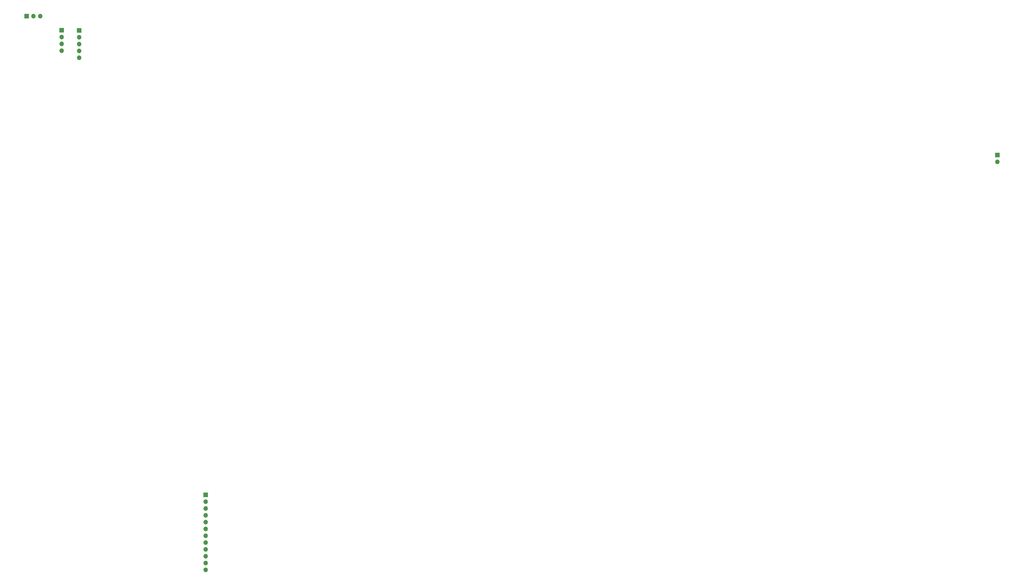
<source format=gbr>
%TF.GenerationSoftware,KiCad,Pcbnew,(6.99.0-3937-g3e53426b6c)*%
%TF.CreationDate,2025-03-11T03:35:32-04:00*%
%TF.ProjectId,AnalogFNN,416e616c-6f67-4464-9e4e-2e6b69636164,rev?*%
%TF.SameCoordinates,Original*%
%TF.FileFunction,Soldermask,Bot*%
%TF.FilePolarity,Negative*%
%FSLAX46Y46*%
G04 Gerber Fmt 4.6, Leading zero omitted, Abs format (unit mm)*
G04 Created by KiCad (PCBNEW (6.99.0-3937-g3e53426b6c)) date 2025-03-11 03:35:32*
%MOMM*%
%LPD*%
G01*
G04 APERTURE LIST*
%ADD10O,1.700000X1.700000*%
%ADD11R,1.700000X1.700000*%
G04 APERTURE END LIST*
D10*
%TO.C,J2*%
X125599999Y-36984999D03*
X125599999Y-34444999D03*
X125599999Y-31904999D03*
X125599999Y-29364999D03*
D11*
X125599999Y-26824999D03*
%TD*%
%TO.C,J1*%
X119099999Y-26799999D03*
D10*
X119099999Y-29339999D03*
X119099999Y-31879999D03*
X119099999Y-34419999D03*
%TD*%
D11*
%TO.C,SW1*%
X106074999Y-21499999D03*
D10*
X108614999Y-21499999D03*
X111154999Y-21499999D03*
%TD*%
D11*
%TO.C,J4*%
X467306099Y-73225199D03*
D10*
X467306099Y-75765199D03*
%TD*%
%TO.C,J3*%
X172724999Y-227724999D03*
X172724999Y-225184999D03*
X172724999Y-222644999D03*
X172724999Y-220104999D03*
X172724999Y-217564999D03*
X172724999Y-215024999D03*
X172724999Y-212484999D03*
X172724999Y-209944999D03*
X172724999Y-207404999D03*
X172724999Y-204864999D03*
X172724999Y-202324999D03*
D11*
X172724999Y-199784999D03*
%TD*%
M02*

</source>
